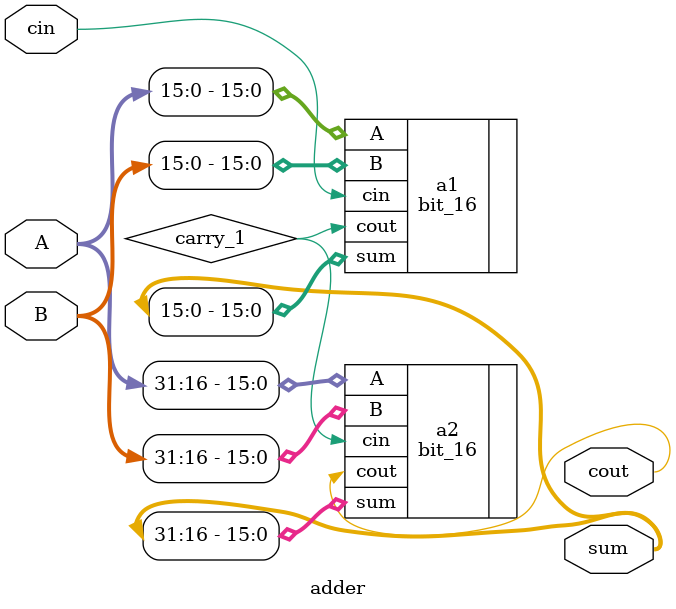
<source format=v>
`timescale 1ns / 1ps


module adder(input [31:0] A, input [31:0] B, input cin, output [31:0] sum, output cout);
    wire carry_1;
    bit_16 a1 (.A(A[15:0]), .B(B[15:0]), .cin(cin), .sum(sum[15:0]), .cout(carry_1));
    bit_16 a2 (.A(A[31:16]), .B(B[31:16]), .cin(carry_1), .sum(sum[31:16]), .cout(cout));

endmodule

</source>
